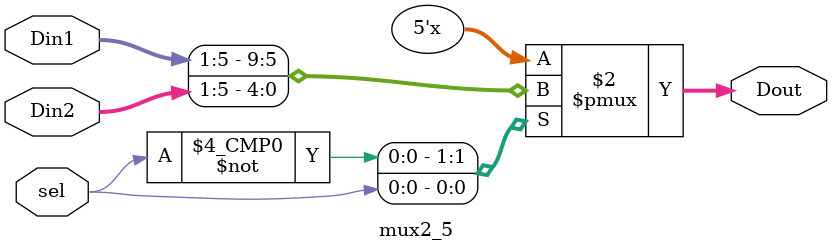
<source format=v>

module  mux2_5(Din1,Din2,sel,Dout);
parameter SIZE=5;

input [1:SIZE] Din1,Din2;
input sel;
output  reg [1:SIZE] Dout;
always@(*)begin
    case(sel)
        1'b0: Dout<=Din1;
        1'b1: Dout<=Din2;
        default;
    endcase    
end

endmodule
</source>
